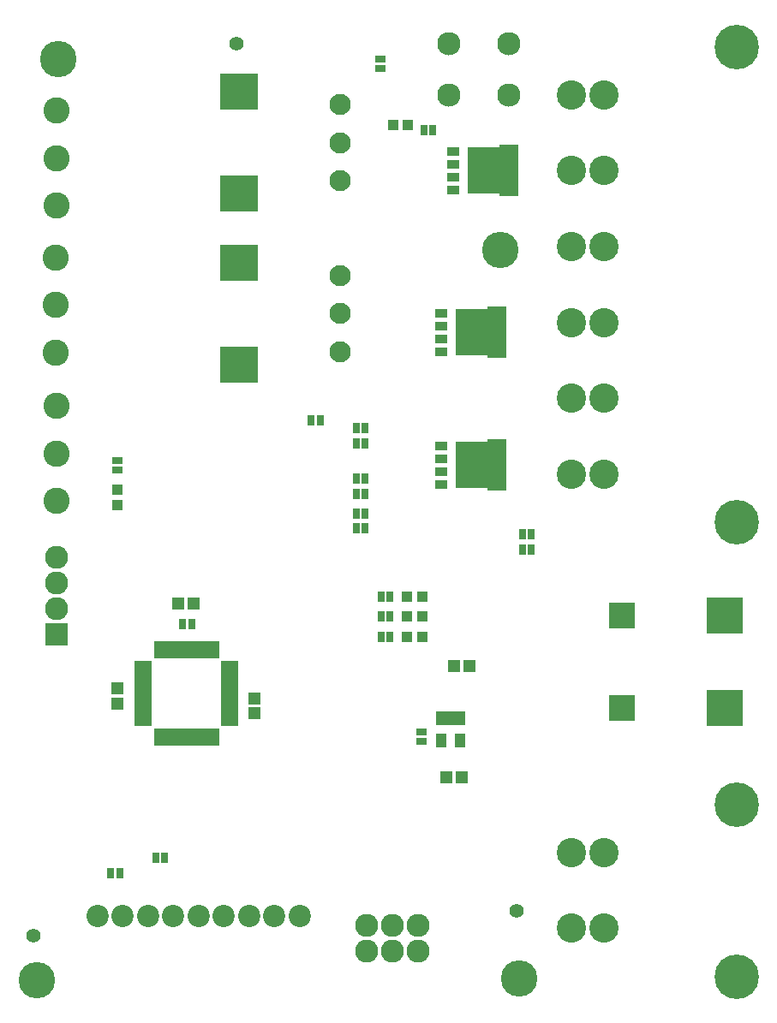
<source format=gts>
G04 #@! TF.FileFunction,Soldermask,Top*
%FSLAX46Y46*%
G04 Gerber Fmt 4.6, Leading zero omitted, Abs format (unit mm)*
G04 Created by KiCad (PCBNEW 4.0.2+dfsg1-stable) date Tue 11 Jul 2017 10:21:47 PM MDT*
%MOMM*%
G01*
G04 APERTURE LIST*
%ADD10C,0.150000*%
%ADD11R,1.150000X1.200000*%
%ADD12R,1.200000X1.150000*%
%ADD13R,1.000760X1.000760*%
%ADD14R,2.600000X2.600000*%
%ADD15R,3.600000X3.600000*%
%ADD16R,1.670000X0.958800*%
%ADD17R,0.958800X1.670000*%
%ADD18C,2.279600*%
%ADD19R,2.279600X2.279600*%
%ADD20C,2.900000*%
%ADD21C,4.400000*%
%ADD22C,2.200000*%
%ADD23R,0.800000X1.000000*%
%ADD24R,1.000000X0.800000*%
%ADD25R,3.800000X3.600000*%
%ADD26C,2.100000*%
%ADD27R,1.050000X1.460000*%
%ADD28R,1.300000X0.850000*%
%ADD29R,1.700000X4.850000*%
%ADD30R,3.450000X4.350000*%
%ADD31R,1.950000X5.100000*%
%ADD32R,3.700000X4.600000*%
%ADD33C,3.600000*%
%ADD34C,1.398220*%
%ADD35C,2.300000*%
%ADD36C,2.600000*%
G04 APERTURE END LIST*
D10*
D11*
X74800000Y-106200000D03*
X74800000Y-104700000D03*
D12*
X68800000Y-95300000D03*
X67300000Y-95300000D03*
D11*
X61300000Y-103750000D03*
X61300000Y-105250000D03*
D12*
X94550000Y-101500000D03*
X96050000Y-101500000D03*
X93800000Y-112500000D03*
X95300000Y-112500000D03*
D13*
X89920878Y-94612208D03*
X91419478Y-94612208D03*
X89920878Y-96612208D03*
X91419478Y-96612208D03*
X89920878Y-98612208D03*
X91419478Y-98612208D03*
X90000000Y-48000000D03*
X88501400Y-48000000D03*
X61300000Y-84100000D03*
X61300000Y-85598600D03*
D14*
X111100000Y-105700000D03*
D15*
X121300000Y-105700000D03*
X121300000Y-96500000D03*
D14*
X111100000Y-96500000D03*
D16*
X63808520Y-101408320D03*
X63808520Y-102208420D03*
X63808520Y-103008520D03*
X63808520Y-103808620D03*
X63808520Y-104606180D03*
X63808520Y-105406280D03*
X63808520Y-106206380D03*
X63808520Y-107006480D03*
D17*
X65302040Y-108500000D03*
X66102140Y-108500000D03*
X66902240Y-108500000D03*
X67702340Y-108500000D03*
X68499900Y-108500000D03*
X69300000Y-108500000D03*
X70100100Y-108500000D03*
X70900200Y-108500000D03*
D16*
X72393720Y-107006480D03*
X72393720Y-106206380D03*
X72393720Y-105406280D03*
X72393720Y-104606180D03*
X72393720Y-103808620D03*
X72393720Y-103008520D03*
X72393720Y-102208420D03*
X72393720Y-101408320D03*
D17*
X70900200Y-99914800D03*
X70100100Y-99914800D03*
X69300000Y-99914800D03*
X68499900Y-99914800D03*
X67702340Y-99914800D03*
X66902240Y-99914800D03*
X66102140Y-99914800D03*
X65302040Y-99914800D03*
D18*
X85920000Y-129740000D03*
X85920000Y-127200000D03*
X88460000Y-129740000D03*
X88460000Y-127200000D03*
X91000000Y-129740000D03*
X91000000Y-127200000D03*
D19*
X55300000Y-98400000D03*
D18*
X55300000Y-95860000D03*
X55300000Y-93320000D03*
X55300000Y-90780000D03*
D20*
X109344000Y-127448000D03*
X109344000Y-119948000D03*
X106144000Y-127448000D03*
X106144000Y-119948000D03*
D21*
X122444000Y-115208000D03*
X122444000Y-132208000D03*
X122474000Y-40274000D03*
D20*
X106144000Y-45024000D03*
X106144000Y-52524000D03*
X106144000Y-60024000D03*
X106144000Y-67524000D03*
X106144000Y-75024000D03*
X106144000Y-82524000D03*
X109344000Y-82524000D03*
X109344000Y-75024000D03*
X109344000Y-67524000D03*
X109344000Y-60024000D03*
X109344000Y-52524000D03*
X109344000Y-45024000D03*
D21*
X122474000Y-87274000D03*
D22*
X79300000Y-126200000D03*
X76800000Y-126200000D03*
X59300000Y-126200000D03*
X61800000Y-126200000D03*
X74300000Y-126200000D03*
X64300000Y-126200000D03*
X66800000Y-126200000D03*
X71800000Y-126200000D03*
X69300000Y-126200000D03*
D23*
X101300000Y-88500000D03*
X102200000Y-88500000D03*
X102200000Y-90000000D03*
X101300000Y-90000000D03*
D24*
X91300000Y-108050000D03*
X91300000Y-108950000D03*
D23*
X67700000Y-97400000D03*
X68600000Y-97400000D03*
X87319478Y-94612208D03*
X88219478Y-94612208D03*
X87319478Y-96612208D03*
X88219478Y-96612208D03*
X87319478Y-98612208D03*
X88219478Y-98612208D03*
X92450000Y-48500000D03*
X91550000Y-48500000D03*
D24*
X61300000Y-81200000D03*
X61300000Y-82100000D03*
D23*
X84850000Y-79500000D03*
X85750000Y-79500000D03*
X84850000Y-84500000D03*
X85750000Y-84500000D03*
X84850000Y-87900000D03*
X85750000Y-87900000D03*
X85750000Y-78000000D03*
X84850000Y-78000000D03*
X85750000Y-82950000D03*
X84850000Y-82950000D03*
X85750000Y-86400000D03*
X84850000Y-86400000D03*
D24*
X87300000Y-42400000D03*
X87300000Y-41500000D03*
D23*
X81300000Y-77200000D03*
X80400000Y-77200000D03*
D25*
X73300000Y-71700000D03*
D26*
X83300000Y-66650000D03*
X83300000Y-62900000D03*
X83300000Y-70400000D03*
D25*
X73300000Y-61600000D03*
X73300000Y-54800000D03*
D26*
X83300000Y-49750000D03*
X83300000Y-46000000D03*
X83300000Y-53500000D03*
D25*
X73300000Y-44700000D03*
D27*
X95166000Y-106700000D03*
X94216000Y-106700000D03*
X93266000Y-106700000D03*
X93266000Y-108900000D03*
X95166000Y-108900000D03*
D28*
X94475000Y-51865000D03*
X94475000Y-50595000D03*
X94475000Y-53135000D03*
D29*
X99950000Y-52500000D03*
D30*
X97750000Y-52500000D03*
D28*
X94475000Y-54405000D03*
D31*
X99950000Y-52500000D03*
D32*
X97750000Y-52500000D03*
D28*
X93275000Y-67865000D03*
X93275000Y-66595000D03*
X93275000Y-69135000D03*
D29*
X98750000Y-68500000D03*
D30*
X96550000Y-68500000D03*
D28*
X93275000Y-70405000D03*
D31*
X98750000Y-68500000D03*
D32*
X96550000Y-68500000D03*
D28*
X93275000Y-81015000D03*
X93275000Y-79745000D03*
X93275000Y-82285000D03*
D29*
X98750000Y-81650000D03*
D30*
X96550000Y-81650000D03*
D28*
X93275000Y-83555000D03*
D31*
X98750000Y-81650000D03*
D32*
X96550000Y-81650000D03*
D33*
X55400000Y-41500000D03*
X99100000Y-60400000D03*
X53300000Y-132600000D03*
X101000000Y-132400000D03*
D34*
X100700000Y-125700000D03*
X53000000Y-128200000D03*
X73000000Y-40000000D03*
D35*
X100000000Y-40000000D03*
X100000000Y-45000000D03*
X94000000Y-45000000D03*
X94000000Y-40000000D03*
D36*
X55300000Y-56000000D03*
X55300000Y-46600000D03*
X55300000Y-51300000D03*
X55200000Y-70500000D03*
X55200000Y-61100000D03*
X55200000Y-65800000D03*
X55300000Y-85200000D03*
X55300000Y-75800000D03*
X55300000Y-80500000D03*
D23*
X60600000Y-122000000D03*
X61500000Y-122000000D03*
X65950000Y-120500000D03*
X65050000Y-120500000D03*
M02*

</source>
